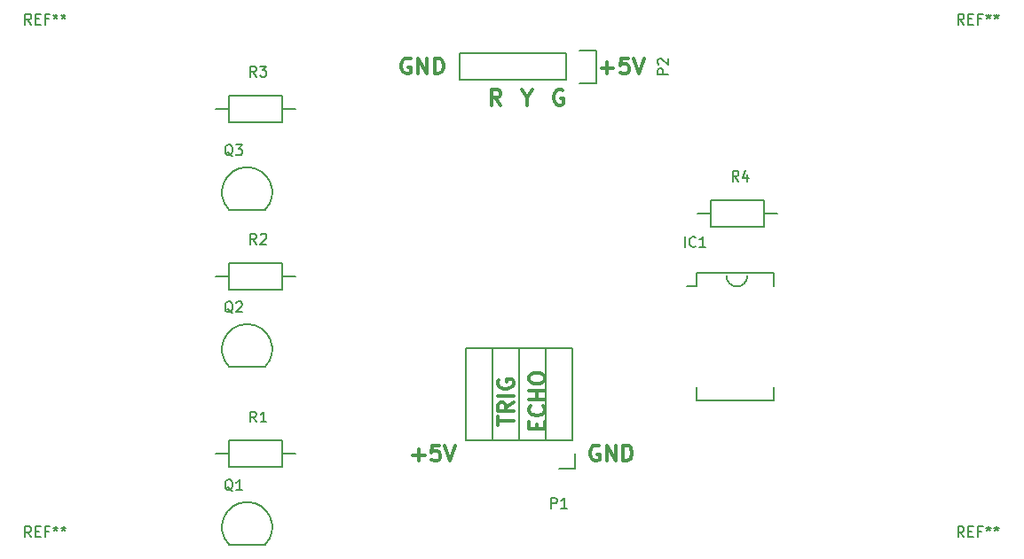
<source format=gbr>
G04 #@! TF.FileFunction,Legend,Top*
%FSLAX46Y46*%
G04 Gerber Fmt 4.6, Leading zero omitted, Abs format (unit mm)*
G04 Created by KiCad (PCBNEW 4.0.5+dfsg1-4) date Sun Jul  1 16:29:06 2018*
%MOMM*%
%LPD*%
G01*
G04 APERTURE LIST*
%ADD10C,0.100000*%
%ADD11C,0.200000*%
%ADD12C,0.300000*%
%ADD13C,0.150000*%
G04 APERTURE END LIST*
D10*
D11*
X97000000Y-47000000D02*
G75*
G03X98000000Y-46000000I0J1000000D01*
G01*
X96000000Y-46000000D02*
G75*
G03X97000000Y-47000000I1000000J0D01*
G01*
D12*
X77892857Y-60642857D02*
X77892857Y-60142857D01*
X78678571Y-59928571D02*
X78678571Y-60642857D01*
X77178571Y-60642857D01*
X77178571Y-59928571D01*
X78535714Y-58428571D02*
X78607143Y-58500000D01*
X78678571Y-58714286D01*
X78678571Y-58857143D01*
X78607143Y-59071428D01*
X78464286Y-59214286D01*
X78321429Y-59285714D01*
X78035714Y-59357143D01*
X77821429Y-59357143D01*
X77535714Y-59285714D01*
X77392857Y-59214286D01*
X77250000Y-59071428D01*
X77178571Y-58857143D01*
X77178571Y-58714286D01*
X77250000Y-58500000D01*
X77321429Y-58428571D01*
X78678571Y-57785714D02*
X77178571Y-57785714D01*
X77892857Y-57785714D02*
X77892857Y-56928571D01*
X78678571Y-56928571D02*
X77178571Y-56928571D01*
X77178571Y-55928571D02*
X77178571Y-55642857D01*
X77250000Y-55499999D01*
X77392857Y-55357142D01*
X77678571Y-55285714D01*
X78178571Y-55285714D01*
X78464286Y-55357142D01*
X78607143Y-55499999D01*
X78678571Y-55642857D01*
X78678571Y-55928571D01*
X78607143Y-56071428D01*
X78464286Y-56214285D01*
X78178571Y-56285714D01*
X77678571Y-56285714D01*
X77392857Y-56214285D01*
X77250000Y-56071428D01*
X77178571Y-55928571D01*
X74178571Y-60285714D02*
X74178571Y-59428571D01*
X75678571Y-59857142D02*
X74178571Y-59857142D01*
X75678571Y-58071428D02*
X74964286Y-58571428D01*
X75678571Y-58928571D02*
X74178571Y-58928571D01*
X74178571Y-58357143D01*
X74250000Y-58214285D01*
X74321429Y-58142857D01*
X74464286Y-58071428D01*
X74678571Y-58071428D01*
X74821429Y-58142857D01*
X74892857Y-58214285D01*
X74964286Y-58357143D01*
X74964286Y-58928571D01*
X75678571Y-57428571D02*
X74178571Y-57428571D01*
X74250000Y-55928571D02*
X74178571Y-56071428D01*
X74178571Y-56285714D01*
X74250000Y-56499999D01*
X74392857Y-56642857D01*
X74535714Y-56714285D01*
X74821429Y-56785714D01*
X75035714Y-56785714D01*
X75321429Y-56714285D01*
X75464286Y-56642857D01*
X75607143Y-56499999D01*
X75678571Y-56285714D01*
X75678571Y-56142857D01*
X75607143Y-55928571D01*
X75535714Y-55857142D01*
X75035714Y-55857142D01*
X75035714Y-56142857D01*
X83857143Y-62250000D02*
X83714286Y-62178571D01*
X83500000Y-62178571D01*
X83285715Y-62250000D01*
X83142857Y-62392857D01*
X83071429Y-62535714D01*
X83000000Y-62821429D01*
X83000000Y-63035714D01*
X83071429Y-63321429D01*
X83142857Y-63464286D01*
X83285715Y-63607143D01*
X83500000Y-63678571D01*
X83642857Y-63678571D01*
X83857143Y-63607143D01*
X83928572Y-63535714D01*
X83928572Y-63035714D01*
X83642857Y-63035714D01*
X84571429Y-63678571D02*
X84571429Y-62178571D01*
X85428572Y-63678571D01*
X85428572Y-62178571D01*
X86142858Y-63678571D02*
X86142858Y-62178571D01*
X86500001Y-62178571D01*
X86714286Y-62250000D01*
X86857144Y-62392857D01*
X86928572Y-62535714D01*
X87000001Y-62821429D01*
X87000001Y-63035714D01*
X86928572Y-63321429D01*
X86857144Y-63464286D01*
X86714286Y-63607143D01*
X86500001Y-63678571D01*
X86142858Y-63678571D01*
X66071429Y-63107143D02*
X67214286Y-63107143D01*
X66642857Y-63678571D02*
X66642857Y-62535714D01*
X68642858Y-62178571D02*
X67928572Y-62178571D01*
X67857143Y-62892857D01*
X67928572Y-62821429D01*
X68071429Y-62750000D01*
X68428572Y-62750000D01*
X68571429Y-62821429D01*
X68642858Y-62892857D01*
X68714286Y-63035714D01*
X68714286Y-63392857D01*
X68642858Y-63535714D01*
X68571429Y-63607143D01*
X68428572Y-63678571D01*
X68071429Y-63678571D01*
X67928572Y-63607143D01*
X67857143Y-63535714D01*
X69142857Y-62178571D02*
X69642857Y-63678571D01*
X70142857Y-62178571D01*
X65857143Y-25250000D02*
X65714286Y-25178571D01*
X65500000Y-25178571D01*
X65285715Y-25250000D01*
X65142857Y-25392857D01*
X65071429Y-25535714D01*
X65000000Y-25821429D01*
X65000000Y-26035714D01*
X65071429Y-26321429D01*
X65142857Y-26464286D01*
X65285715Y-26607143D01*
X65500000Y-26678571D01*
X65642857Y-26678571D01*
X65857143Y-26607143D01*
X65928572Y-26535714D01*
X65928572Y-26035714D01*
X65642857Y-26035714D01*
X66571429Y-26678571D02*
X66571429Y-25178571D01*
X67428572Y-26678571D01*
X67428572Y-25178571D01*
X68142858Y-26678571D02*
X68142858Y-25178571D01*
X68500001Y-25178571D01*
X68714286Y-25250000D01*
X68857144Y-25392857D01*
X68928572Y-25535714D01*
X69000001Y-25821429D01*
X69000001Y-26035714D01*
X68928572Y-26321429D01*
X68857144Y-26464286D01*
X68714286Y-26607143D01*
X68500001Y-26678571D01*
X68142858Y-26678571D01*
X84071429Y-26107143D02*
X85214286Y-26107143D01*
X84642857Y-26678571D02*
X84642857Y-25535714D01*
X86642858Y-25178571D02*
X85928572Y-25178571D01*
X85857143Y-25892857D01*
X85928572Y-25821429D01*
X86071429Y-25750000D01*
X86428572Y-25750000D01*
X86571429Y-25821429D01*
X86642858Y-25892857D01*
X86714286Y-26035714D01*
X86714286Y-26392857D01*
X86642858Y-26535714D01*
X86571429Y-26607143D01*
X86428572Y-26678571D01*
X86071429Y-26678571D01*
X85928572Y-26607143D01*
X85857143Y-26535714D01*
X87142857Y-25178571D02*
X87642857Y-26678571D01*
X88142857Y-25178571D01*
X74464286Y-29678571D02*
X73964286Y-28964286D01*
X73607143Y-29678571D02*
X73607143Y-28178571D01*
X74178571Y-28178571D01*
X74321429Y-28250000D01*
X74392857Y-28321429D01*
X74464286Y-28464286D01*
X74464286Y-28678571D01*
X74392857Y-28821429D01*
X74321429Y-28892857D01*
X74178571Y-28964286D01*
X73607143Y-28964286D01*
X77000000Y-28964286D02*
X77000000Y-29678571D01*
X76500000Y-28178571D02*
X77000000Y-28964286D01*
X77500000Y-28178571D01*
X80392857Y-28250000D02*
X80250000Y-28178571D01*
X80035714Y-28178571D01*
X79821429Y-28250000D01*
X79678571Y-28392857D01*
X79607143Y-28535714D01*
X79535714Y-28821429D01*
X79535714Y-29035714D01*
X79607143Y-29321429D01*
X79678571Y-29464286D01*
X79821429Y-29607143D01*
X80035714Y-29678571D01*
X80178571Y-29678571D01*
X80392857Y-29607143D01*
X80464286Y-29535714D01*
X80464286Y-29035714D01*
X80178571Y-29035714D01*
D13*
X82000000Y-24450000D02*
X83550000Y-24450000D01*
X83550000Y-24450000D02*
X83550000Y-27550000D01*
X83550000Y-27550000D02*
X82000000Y-27550000D01*
X80730000Y-27270000D02*
X70570000Y-27270000D01*
X70570000Y-27270000D02*
X70570000Y-24730000D01*
X70570000Y-24730000D02*
X80730000Y-24730000D01*
X80730000Y-27270000D02*
X80730000Y-24730000D01*
X48570000Y-71700000D02*
X51970000Y-71700000D01*
X48572944Y-71697056D02*
G75*
G02X50270000Y-67600000I1697056J1697056D01*
G01*
X51967056Y-71697056D02*
G75*
G03X50270000Y-67600000I-1697056J1697056D01*
G01*
X48570000Y-54700000D02*
X51970000Y-54700000D01*
X48572944Y-54697056D02*
G75*
G02X50270000Y-50600000I1697056J1697056D01*
G01*
X51967056Y-54697056D02*
G75*
G03X50270000Y-50600000I-1697056J1697056D01*
G01*
X48570000Y-39700000D02*
X51970000Y-39700000D01*
X48572944Y-39697056D02*
G75*
G02X50270000Y-35600000I1697056J1697056D01*
G01*
X51967056Y-39697056D02*
G75*
G03X50270000Y-35600000I-1697056J1697056D01*
G01*
X48540000Y-61730000D02*
X53620000Y-61730000D01*
X53620000Y-61730000D02*
X53620000Y-64270000D01*
X53620000Y-64270000D02*
X48540000Y-64270000D01*
X48540000Y-64270000D02*
X48540000Y-61730000D01*
X48540000Y-63000000D02*
X47270000Y-63000000D01*
X53620000Y-63000000D02*
X54890000Y-63000000D01*
X48540000Y-44730000D02*
X53620000Y-44730000D01*
X53620000Y-44730000D02*
X53620000Y-47270000D01*
X53620000Y-47270000D02*
X48540000Y-47270000D01*
X48540000Y-47270000D02*
X48540000Y-44730000D01*
X48540000Y-46000000D02*
X47270000Y-46000000D01*
X53620000Y-46000000D02*
X54890000Y-46000000D01*
X48540000Y-28730000D02*
X53620000Y-28730000D01*
X53620000Y-28730000D02*
X53620000Y-31270000D01*
X53620000Y-31270000D02*
X48540000Y-31270000D01*
X48540000Y-31270000D02*
X48540000Y-28730000D01*
X48540000Y-30000000D02*
X47270000Y-30000000D01*
X53620000Y-30000000D02*
X54890000Y-30000000D01*
X94540000Y-38730000D02*
X99620000Y-38730000D01*
X99620000Y-38730000D02*
X99620000Y-41270000D01*
X99620000Y-41270000D02*
X94540000Y-41270000D01*
X94540000Y-41270000D02*
X94540000Y-38730000D01*
X94540000Y-40000000D02*
X93270000Y-40000000D01*
X99620000Y-40000000D02*
X100890000Y-40000000D01*
X93135000Y-45705000D02*
X93135000Y-46975000D01*
X100485000Y-45705000D02*
X100485000Y-46975000D01*
X100485000Y-57915000D02*
X100485000Y-56645000D01*
X93135000Y-57915000D02*
X93135000Y-56645000D01*
X93135000Y-45705000D02*
X100485000Y-45705000D01*
X93135000Y-57915000D02*
X100485000Y-57915000D01*
X93135000Y-46975000D02*
X92200000Y-46975000D01*
X71110000Y-52900000D02*
X71110000Y-61730000D01*
X73650000Y-52900000D02*
X71110000Y-52900000D01*
X73650000Y-61730000D02*
X71110000Y-61730000D01*
X76190000Y-61730000D02*
X73650000Y-61730000D01*
X76190000Y-52900000D02*
X73650000Y-52900000D01*
X73650000Y-52900000D02*
X73650000Y-61730000D01*
X76190000Y-52900000D02*
X76190000Y-61730000D01*
X78730000Y-52900000D02*
X76190000Y-52900000D01*
X78730000Y-61730000D02*
X78730000Y-52900000D01*
X78730000Y-61730000D02*
X76190000Y-61730000D01*
X81270000Y-61730000D02*
X78730000Y-61730000D01*
X80000000Y-64400000D02*
X81550000Y-64400000D01*
X81550000Y-64400000D02*
X81550000Y-63000000D01*
X81270000Y-61730000D02*
X81270000Y-52900000D01*
X81270000Y-52900000D02*
X78730000Y-52900000D01*
X78730000Y-52900000D02*
X78730000Y-61730000D01*
X90452381Y-26738095D02*
X89452381Y-26738095D01*
X89452381Y-26357142D01*
X89500000Y-26261904D01*
X89547619Y-26214285D01*
X89642857Y-26166666D01*
X89785714Y-26166666D01*
X89880952Y-26214285D01*
X89928571Y-26261904D01*
X89976190Y-26357142D01*
X89976190Y-26738095D01*
X89547619Y-25785714D02*
X89500000Y-25738095D01*
X89452381Y-25642857D01*
X89452381Y-25404761D01*
X89500000Y-25309523D01*
X89547619Y-25261904D01*
X89642857Y-25214285D01*
X89738095Y-25214285D01*
X89880952Y-25261904D01*
X90452381Y-25833333D01*
X90452381Y-25214285D01*
X48904762Y-66547619D02*
X48809524Y-66500000D01*
X48714286Y-66404762D01*
X48571429Y-66261905D01*
X48476190Y-66214286D01*
X48380952Y-66214286D01*
X48428571Y-66452381D02*
X48333333Y-66404762D01*
X48238095Y-66309524D01*
X48190476Y-66119048D01*
X48190476Y-65785714D01*
X48238095Y-65595238D01*
X48333333Y-65500000D01*
X48428571Y-65452381D01*
X48619048Y-65452381D01*
X48714286Y-65500000D01*
X48809524Y-65595238D01*
X48857143Y-65785714D01*
X48857143Y-66119048D01*
X48809524Y-66309524D01*
X48714286Y-66404762D01*
X48619048Y-66452381D01*
X48428571Y-66452381D01*
X49809524Y-66452381D02*
X49238095Y-66452381D01*
X49523809Y-66452381D02*
X49523809Y-65452381D01*
X49428571Y-65595238D01*
X49333333Y-65690476D01*
X49238095Y-65738095D01*
X48904762Y-49547619D02*
X48809524Y-49500000D01*
X48714286Y-49404762D01*
X48571429Y-49261905D01*
X48476190Y-49214286D01*
X48380952Y-49214286D01*
X48428571Y-49452381D02*
X48333333Y-49404762D01*
X48238095Y-49309524D01*
X48190476Y-49119048D01*
X48190476Y-48785714D01*
X48238095Y-48595238D01*
X48333333Y-48500000D01*
X48428571Y-48452381D01*
X48619048Y-48452381D01*
X48714286Y-48500000D01*
X48809524Y-48595238D01*
X48857143Y-48785714D01*
X48857143Y-49119048D01*
X48809524Y-49309524D01*
X48714286Y-49404762D01*
X48619048Y-49452381D01*
X48428571Y-49452381D01*
X49238095Y-48547619D02*
X49285714Y-48500000D01*
X49380952Y-48452381D01*
X49619048Y-48452381D01*
X49714286Y-48500000D01*
X49761905Y-48547619D01*
X49809524Y-48642857D01*
X49809524Y-48738095D01*
X49761905Y-48880952D01*
X49190476Y-49452381D01*
X49809524Y-49452381D01*
X48904762Y-34547619D02*
X48809524Y-34500000D01*
X48714286Y-34404762D01*
X48571429Y-34261905D01*
X48476190Y-34214286D01*
X48380952Y-34214286D01*
X48428571Y-34452381D02*
X48333333Y-34404762D01*
X48238095Y-34309524D01*
X48190476Y-34119048D01*
X48190476Y-33785714D01*
X48238095Y-33595238D01*
X48333333Y-33500000D01*
X48428571Y-33452381D01*
X48619048Y-33452381D01*
X48714286Y-33500000D01*
X48809524Y-33595238D01*
X48857143Y-33785714D01*
X48857143Y-34119048D01*
X48809524Y-34309524D01*
X48714286Y-34404762D01*
X48619048Y-34452381D01*
X48428571Y-34452381D01*
X49190476Y-33452381D02*
X49809524Y-33452381D01*
X49476190Y-33833333D01*
X49619048Y-33833333D01*
X49714286Y-33880952D01*
X49761905Y-33928571D01*
X49809524Y-34023810D01*
X49809524Y-34261905D01*
X49761905Y-34357143D01*
X49714286Y-34404762D01*
X49619048Y-34452381D01*
X49333333Y-34452381D01*
X49238095Y-34404762D01*
X49190476Y-34357143D01*
X51162254Y-59952261D02*
X50828920Y-59476070D01*
X50590825Y-59952261D02*
X50590825Y-58952261D01*
X50971778Y-58952261D01*
X51067016Y-58999880D01*
X51114635Y-59047499D01*
X51162254Y-59142737D01*
X51162254Y-59285594D01*
X51114635Y-59380832D01*
X51067016Y-59428451D01*
X50971778Y-59476070D01*
X50590825Y-59476070D01*
X52114635Y-59952261D02*
X51543206Y-59952261D01*
X51828920Y-59952261D02*
X51828920Y-58952261D01*
X51733682Y-59095118D01*
X51638444Y-59190356D01*
X51543206Y-59237975D01*
X51162254Y-42952261D02*
X50828920Y-42476070D01*
X50590825Y-42952261D02*
X50590825Y-41952261D01*
X50971778Y-41952261D01*
X51067016Y-41999880D01*
X51114635Y-42047499D01*
X51162254Y-42142737D01*
X51162254Y-42285594D01*
X51114635Y-42380832D01*
X51067016Y-42428451D01*
X50971778Y-42476070D01*
X50590825Y-42476070D01*
X51543206Y-42047499D02*
X51590825Y-41999880D01*
X51686063Y-41952261D01*
X51924159Y-41952261D01*
X52019397Y-41999880D01*
X52067016Y-42047499D01*
X52114635Y-42142737D01*
X52114635Y-42237975D01*
X52067016Y-42380832D01*
X51495587Y-42952261D01*
X52114635Y-42952261D01*
X51162254Y-26952261D02*
X50828920Y-26476070D01*
X50590825Y-26952261D02*
X50590825Y-25952261D01*
X50971778Y-25952261D01*
X51067016Y-25999880D01*
X51114635Y-26047499D01*
X51162254Y-26142737D01*
X51162254Y-26285594D01*
X51114635Y-26380832D01*
X51067016Y-26428451D01*
X50971778Y-26476070D01*
X50590825Y-26476070D01*
X51495587Y-25952261D02*
X52114635Y-25952261D01*
X51781301Y-26333213D01*
X51924159Y-26333213D01*
X52019397Y-26380832D01*
X52067016Y-26428451D01*
X52114635Y-26523690D01*
X52114635Y-26761785D01*
X52067016Y-26857023D01*
X52019397Y-26904642D01*
X51924159Y-26952261D01*
X51638444Y-26952261D01*
X51543206Y-26904642D01*
X51495587Y-26857023D01*
X97162254Y-36952261D02*
X96828920Y-36476070D01*
X96590825Y-36952261D02*
X96590825Y-35952261D01*
X96971778Y-35952261D01*
X97067016Y-35999880D01*
X97114635Y-36047499D01*
X97162254Y-36142737D01*
X97162254Y-36285594D01*
X97114635Y-36380832D01*
X97067016Y-36428451D01*
X96971778Y-36476070D01*
X96590825Y-36476070D01*
X98019397Y-36285594D02*
X98019397Y-36952261D01*
X97781301Y-35904642D02*
X97543206Y-36618928D01*
X98162254Y-36618928D01*
X118666667Y-21952381D02*
X118333333Y-21476190D01*
X118095238Y-21952381D02*
X118095238Y-20952381D01*
X118476191Y-20952381D01*
X118571429Y-21000000D01*
X118619048Y-21047619D01*
X118666667Y-21142857D01*
X118666667Y-21285714D01*
X118619048Y-21380952D01*
X118571429Y-21428571D01*
X118476191Y-21476190D01*
X118095238Y-21476190D01*
X119095238Y-21428571D02*
X119428572Y-21428571D01*
X119571429Y-21952381D02*
X119095238Y-21952381D01*
X119095238Y-20952381D01*
X119571429Y-20952381D01*
X120333334Y-21428571D02*
X120000000Y-21428571D01*
X120000000Y-21952381D02*
X120000000Y-20952381D01*
X120476191Y-20952381D01*
X121000000Y-20952381D02*
X121000000Y-21190476D01*
X120761905Y-21095238D02*
X121000000Y-21190476D01*
X121238096Y-21095238D01*
X120857143Y-21380952D02*
X121000000Y-21190476D01*
X121142858Y-21380952D01*
X121761905Y-20952381D02*
X121761905Y-21190476D01*
X121523810Y-21095238D02*
X121761905Y-21190476D01*
X122000001Y-21095238D01*
X121619048Y-21380952D02*
X121761905Y-21190476D01*
X121904763Y-21380952D01*
X118666667Y-70952381D02*
X118333333Y-70476190D01*
X118095238Y-70952381D02*
X118095238Y-69952381D01*
X118476191Y-69952381D01*
X118571429Y-70000000D01*
X118619048Y-70047619D01*
X118666667Y-70142857D01*
X118666667Y-70285714D01*
X118619048Y-70380952D01*
X118571429Y-70428571D01*
X118476191Y-70476190D01*
X118095238Y-70476190D01*
X119095238Y-70428571D02*
X119428572Y-70428571D01*
X119571429Y-70952381D02*
X119095238Y-70952381D01*
X119095238Y-69952381D01*
X119571429Y-69952381D01*
X120333334Y-70428571D02*
X120000000Y-70428571D01*
X120000000Y-70952381D02*
X120000000Y-69952381D01*
X120476191Y-69952381D01*
X121000000Y-69952381D02*
X121000000Y-70190476D01*
X120761905Y-70095238D02*
X121000000Y-70190476D01*
X121238096Y-70095238D01*
X120857143Y-70380952D02*
X121000000Y-70190476D01*
X121142858Y-70380952D01*
X121761905Y-69952381D02*
X121761905Y-70190476D01*
X121523810Y-70095238D02*
X121761905Y-70190476D01*
X122000001Y-70095238D01*
X121619048Y-70380952D02*
X121761905Y-70190476D01*
X121904763Y-70380952D01*
X29666667Y-70952381D02*
X29333333Y-70476190D01*
X29095238Y-70952381D02*
X29095238Y-69952381D01*
X29476191Y-69952381D01*
X29571429Y-70000000D01*
X29619048Y-70047619D01*
X29666667Y-70142857D01*
X29666667Y-70285714D01*
X29619048Y-70380952D01*
X29571429Y-70428571D01*
X29476191Y-70476190D01*
X29095238Y-70476190D01*
X30095238Y-70428571D02*
X30428572Y-70428571D01*
X30571429Y-70952381D02*
X30095238Y-70952381D01*
X30095238Y-69952381D01*
X30571429Y-69952381D01*
X31333334Y-70428571D02*
X31000000Y-70428571D01*
X31000000Y-70952381D02*
X31000000Y-69952381D01*
X31476191Y-69952381D01*
X32000000Y-69952381D02*
X32000000Y-70190476D01*
X31761905Y-70095238D02*
X32000000Y-70190476D01*
X32238096Y-70095238D01*
X31857143Y-70380952D02*
X32000000Y-70190476D01*
X32142858Y-70380952D01*
X32761905Y-69952381D02*
X32761905Y-70190476D01*
X32523810Y-70095238D02*
X32761905Y-70190476D01*
X33000001Y-70095238D01*
X32619048Y-70380952D02*
X32761905Y-70190476D01*
X32904763Y-70380952D01*
X29666667Y-21952381D02*
X29333333Y-21476190D01*
X29095238Y-21952381D02*
X29095238Y-20952381D01*
X29476191Y-20952381D01*
X29571429Y-21000000D01*
X29619048Y-21047619D01*
X29666667Y-21142857D01*
X29666667Y-21285714D01*
X29619048Y-21380952D01*
X29571429Y-21428571D01*
X29476191Y-21476190D01*
X29095238Y-21476190D01*
X30095238Y-21428571D02*
X30428572Y-21428571D01*
X30571429Y-21952381D02*
X30095238Y-21952381D01*
X30095238Y-20952381D01*
X30571429Y-20952381D01*
X31333334Y-21428571D02*
X31000000Y-21428571D01*
X31000000Y-21952381D02*
X31000000Y-20952381D01*
X31476191Y-20952381D01*
X32000000Y-20952381D02*
X32000000Y-21190476D01*
X31761905Y-21095238D02*
X32000000Y-21190476D01*
X32238096Y-21095238D01*
X31857143Y-21380952D02*
X32000000Y-21190476D01*
X32142858Y-21380952D01*
X32761905Y-20952381D02*
X32761905Y-21190476D01*
X32523810Y-21095238D02*
X32761905Y-21190476D01*
X33000001Y-21095238D01*
X32619048Y-21380952D02*
X32761905Y-21190476D01*
X32904763Y-21380952D01*
X92023810Y-43232381D02*
X92023810Y-42232381D01*
X93071429Y-43137143D02*
X93023810Y-43184762D01*
X92880953Y-43232381D01*
X92785715Y-43232381D01*
X92642857Y-43184762D01*
X92547619Y-43089524D01*
X92500000Y-42994286D01*
X92452381Y-42803810D01*
X92452381Y-42660952D01*
X92500000Y-42470476D01*
X92547619Y-42375238D01*
X92642857Y-42280000D01*
X92785715Y-42232381D01*
X92880953Y-42232381D01*
X93023810Y-42280000D01*
X93071429Y-42327619D01*
X94023810Y-43232381D02*
X93452381Y-43232381D01*
X93738095Y-43232381D02*
X93738095Y-42232381D01*
X93642857Y-42375238D01*
X93547619Y-42470476D01*
X93452381Y-42518095D01*
X79261905Y-68202381D02*
X79261905Y-67202381D01*
X79642858Y-67202381D01*
X79738096Y-67250000D01*
X79785715Y-67297619D01*
X79833334Y-67392857D01*
X79833334Y-67535714D01*
X79785715Y-67630952D01*
X79738096Y-67678571D01*
X79642858Y-67726190D01*
X79261905Y-67726190D01*
X80785715Y-68202381D02*
X80214286Y-68202381D01*
X80500000Y-68202381D02*
X80500000Y-67202381D01*
X80404762Y-67345238D01*
X80309524Y-67440476D01*
X80214286Y-67488095D01*
M02*

</source>
